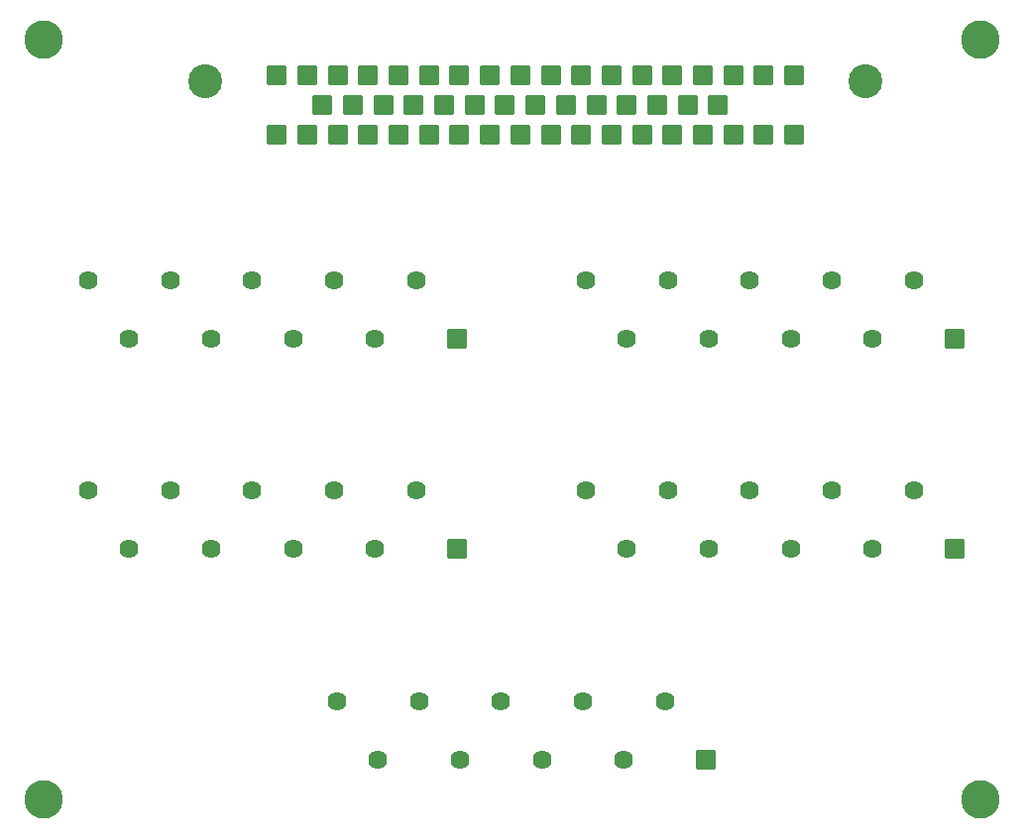
<source format=gbr>
%TF.GenerationSoftware,KiCad,Pcbnew,(6.0.4)*%
%TF.CreationDate,2022-05-02T02:18:10+10:00*%
%TF.ProjectId,mr-50-breakout,6d722d35-302d-4627-9265-616b6f75742e,rev?*%
%TF.SameCoordinates,Original*%
%TF.FileFunction,Soldermask,Top*%
%TF.FilePolarity,Negative*%
%FSLAX46Y46*%
G04 Gerber Fmt 4.6, Leading zero omitted, Abs format (unit mm)*
G04 Created by KiCad (PCBNEW (6.0.4)) date 2022-05-02 02:18:10*
%MOMM*%
%LPD*%
G01*
G04 APERTURE LIST*
G04 Aperture macros list*
%AMRoundRect*
0 Rectangle with rounded corners*
0 $1 Rounding radius*
0 $2 $3 $4 $5 $6 $7 $8 $9 X,Y pos of 4 corners*
0 Add a 4 corners polygon primitive as box body*
4,1,4,$2,$3,$4,$5,$6,$7,$8,$9,$2,$3,0*
0 Add four circle primitives for the rounded corners*
1,1,$1+$1,$2,$3*
1,1,$1+$1,$4,$5*
1,1,$1+$1,$6,$7*
1,1,$1+$1,$8,$9*
0 Add four rect primitives between the rounded corners*
20,1,$1+$1,$2,$3,$4,$5,0*
20,1,$1+$1,$4,$5,$6,$7,0*
20,1,$1+$1,$6,$7,$8,$9,0*
20,1,$1+$1,$8,$9,$2,$3,0*%
G04 Aperture macros list end*
%ADD10C,3.300000*%
%ADD11RoundRect,0.050000X0.762000X0.762000X-0.762000X0.762000X-0.762000X-0.762000X0.762000X-0.762000X0*%
%ADD12C,1.624000*%
%ADD13C,2.900000*%
%ADD14RoundRect,0.050000X-0.762000X-0.762000X0.762000X-0.762000X0.762000X0.762000X-0.762000X0.762000X0*%
G04 APERTURE END LIST*
D10*
%TO.C,REF\u002A\u002A*%
X188000000Y-89410000D03*
%TD*%
%TO.C,REF\u002A\u002A*%
X108000000Y-89410000D03*
%TD*%
%TO.C,REF\u002A\u002A*%
X188000000Y-24410000D03*
%TD*%
%TO.C,REF\u002A\u002A*%
X108000000Y-24410000D03*
%TD*%
D11*
%TO.C,J5*%
X164550000Y-86000000D03*
D12*
X161050000Y-81000000D03*
X157550000Y-86000000D03*
X154050000Y-81000000D03*
X150550000Y-86000000D03*
X147050000Y-81000000D03*
X143550000Y-86000000D03*
X140050000Y-81000000D03*
X136550000Y-86000000D03*
X133050000Y-81000000D03*
%TD*%
D11*
%TO.C,J4*%
X143300000Y-68000000D03*
D12*
X139800000Y-63000000D03*
X136300000Y-68000000D03*
X132800000Y-63000000D03*
X129300000Y-68000000D03*
X125800000Y-63000000D03*
X122300000Y-68000000D03*
X118800000Y-63000000D03*
X115300000Y-68000000D03*
X111800000Y-63000000D03*
%TD*%
D11*
%TO.C,J3*%
X185800000Y-68000000D03*
D12*
X182300000Y-63000000D03*
X178800000Y-68000000D03*
X175300000Y-63000000D03*
X171800000Y-68000000D03*
X168300000Y-63000000D03*
X164800000Y-68000000D03*
X161300000Y-63000000D03*
X157800000Y-68000000D03*
X154300000Y-63000000D03*
%TD*%
%TO.C,J2*%
X111800000Y-45000000D03*
X115300000Y-50000000D03*
X118800000Y-45000000D03*
X122300000Y-50000000D03*
X125800000Y-45000000D03*
X129300000Y-50000000D03*
X132800000Y-45000000D03*
X136300000Y-50000000D03*
X139800000Y-45000000D03*
D11*
X143300000Y-50000000D03*
%TD*%
%TO.C,J1*%
X185800000Y-50000000D03*
D12*
X182300000Y-45000000D03*
X178800000Y-50000000D03*
X175300000Y-45000000D03*
X171800000Y-50000000D03*
X168300000Y-45000000D03*
X164800000Y-50000000D03*
X161300000Y-45000000D03*
X157800000Y-50000000D03*
X154300000Y-45000000D03*
%TD*%
D13*
%TO.C,CN1*%
X121800000Y-27960000D03*
X178200000Y-27960000D03*
D14*
X127900000Y-27460000D03*
X130500000Y-27460000D03*
X133100000Y-27460000D03*
X135700000Y-27460000D03*
X138300000Y-27460000D03*
X140900000Y-27460000D03*
X143500000Y-27460000D03*
X146100000Y-27460000D03*
X148700000Y-27460000D03*
X151300000Y-27460000D03*
X153900000Y-27460000D03*
X156500000Y-27460000D03*
X159100000Y-27460000D03*
X161700000Y-27460000D03*
X164300000Y-27460000D03*
X166900000Y-27460000D03*
X169500000Y-27460000D03*
X172100000Y-27460000D03*
X131800000Y-30000000D03*
X134400000Y-30000000D03*
X137000000Y-30000000D03*
X139600000Y-30000000D03*
X142200000Y-30000000D03*
X144800000Y-30000000D03*
X147400000Y-30000000D03*
X150000000Y-30000000D03*
X152600000Y-30000000D03*
X155200000Y-30000000D03*
X157800000Y-30000000D03*
X160400000Y-30000000D03*
X163000000Y-30000000D03*
X165600000Y-30000000D03*
X127900000Y-32540000D03*
X130500000Y-32540000D03*
X133100000Y-32540000D03*
X135700000Y-32540000D03*
X138300000Y-32540000D03*
X140900000Y-32540000D03*
X143500000Y-32540000D03*
X146100000Y-32540000D03*
X148700000Y-32540000D03*
X151300000Y-32540000D03*
X153900000Y-32540000D03*
X156500000Y-32540000D03*
X159100000Y-32540000D03*
X161700000Y-32540000D03*
X164300000Y-32540000D03*
X166900000Y-32540000D03*
X169500000Y-32540000D03*
X172100000Y-32540000D03*
%TD*%
M02*

</source>
